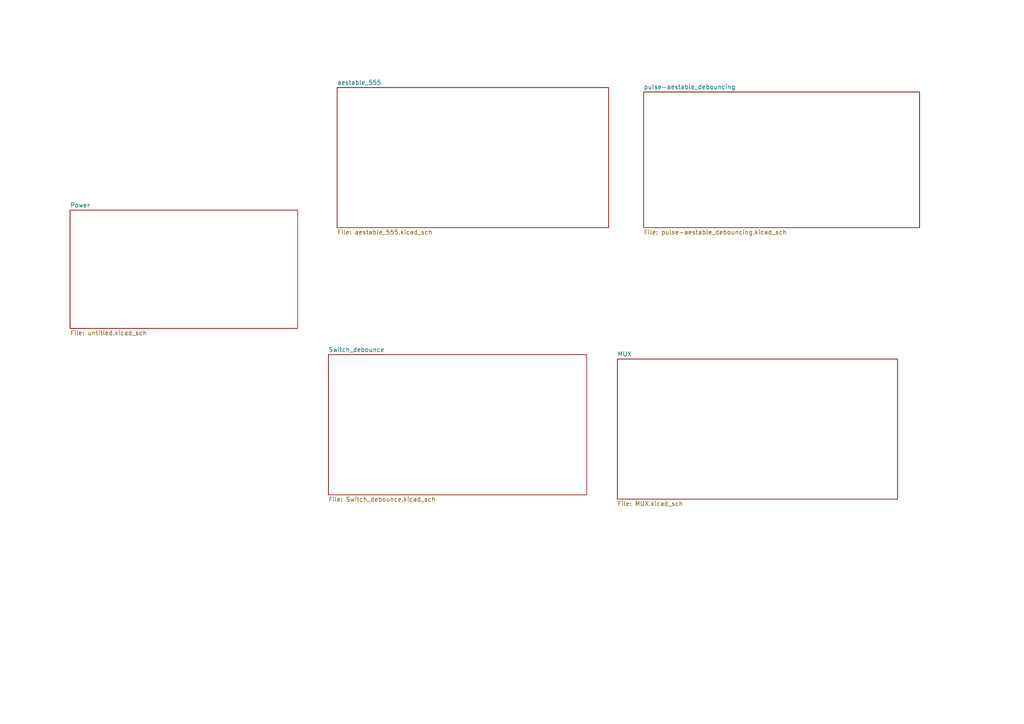
<source format=kicad_sch>
(kicad_sch (version 20230121) (generator eeschema)
  (paper "A4")
  (lib_symbols)
  (sheet (at 20.32 60.96) (size 66.04 34.29) (stroke (width 0.1524))
    (property "Sheetname" "Power" (at 20.32 60.2484 0) (effects (justify left bottom)))
    (property "Sheetfile" "untitled.kicad_sch" (at 20.32 95.8346 0) (effects (justify left top)))
  )
  (sheet (at 95.25 102.87) (size 74.93 40.64) (stroke (width 0.1524))
    (property "Sheetname" "Switch_debounce" (at 95.25 102.1584 0) (effects (justify left bottom)))
    (property "Sheetfile" "Switch_debounce.kicad_sch" (at 95.25 144.0946 0) (effects (justify left top)))
  )
  (sheet (at 97.79 25.4) (size 78.74 40.64) (stroke (width 0.1524))
    (property "Sheetname" "aestable_555" (at 97.79 24.6884 0) (effects (justify left bottom)))
    (property "Sheetfile" "aestable_555.kicad_sch" (at 97.79 66.6246 0) (effects (justify left top)))
  )
  (sheet (at 179.07 104.14) (size 81.28 40.64) (stroke (width 0.1524))
    (property "Sheetname" "MUX" (at 179.07 103.4284 0) (effects (justify left bottom)))
    (property "Sheetfile" "MUX.kicad_sch" (at 179.07 145.3646 0) (effects (justify left top)))
  )
  (sheet (at 186.69 26.67) (size 80.01 39.37) (stroke (width 0.1524))
    (property "Sheetname" "pulse-aestable_debouncing" (at 186.69 25.9584 0) (effects (justify left bottom)))
    (property "Sheetfile" "pulse-aestable_debouncing.kicad_sch" (at 186.69 66.6246 0) (effects (justify left top)))
  )
)
</source>
